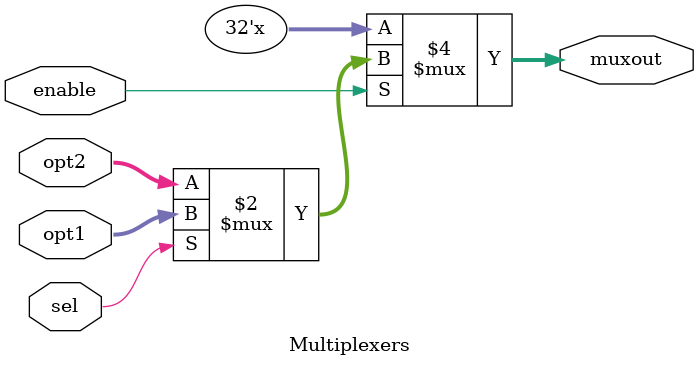
<source format=v>
module Multiplexers(
input[31:0] opt1, opt2, //opt1=1, opt2=0
input sel, enable,
output reg[31:0] muxout
);

always @(enable) begin
	if (enable) muxout = (sel) ? opt1 : opt2;
	else muxout = muxout;
end

endmodule

</source>
